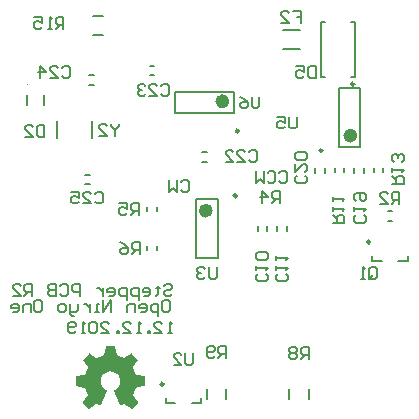
<source format=gbo>
G04 Layer_Color=32896*
%FSLAX25Y25*%
%MOIN*%
G70*
G01*
G75*
%ADD39C,0.00787*%
%ADD57C,0.00984*%
%ADD59C,0.02362*%
%ADD60C,0.00591*%
%ADD101C,0.00394*%
G36*
X44205Y35418D02*
X44241Y35333D01*
X44238Y35332D01*
X44772Y32545D01*
X44808Y32459D01*
X44865Y32435D01*
X47200Y31468D01*
X47257Y31444D01*
X47343Y31480D01*
X47341Y31482D01*
X49690Y33075D01*
X49776Y33111D01*
X49891Y33064D01*
X49882Y33055D01*
X51899Y31055D01*
X51947Y30940D01*
X51911Y30854D01*
X51909Y30856D01*
X50316Y28507D01*
X50280Y28421D01*
X50304Y28364D01*
X51271Y26030D01*
X51295Y25972D01*
X51380Y25937D01*
X51381Y25940D01*
X54168Y25405D01*
X54254Y25370D01*
X54302Y25255D01*
X54289D01*
X54302Y22414D01*
Y22414D01*
X54254Y22300D01*
X54168Y22264D01*
X54168Y22267D01*
X51380Y21733D01*
X51295Y21697D01*
X51271Y21640D01*
X51271D01*
X50304Y19305D01*
X50280Y19248D01*
X50316Y19162D01*
X50318Y19164D01*
X51911Y16815D01*
X51947Y16729D01*
X51899Y16614D01*
X51890Y16623D01*
X49891Y14606D01*
X49776Y14558D01*
X49690Y14594D01*
X49692Y14596D01*
X47343Y16189D01*
X47257Y16225D01*
X47200Y16201D01*
X46131Y15758D01*
X46073Y15734D01*
X45959Y15782D01*
X45935Y15840D01*
X43967Y20660D01*
X43943Y20717D01*
X43991Y20831D01*
X44043Y20853D01*
X44044Y20851D01*
X44326Y20967D01*
X45011Y21494D01*
X45538Y22179D01*
X45868Y22978D01*
X45981Y23835D01*
X45868Y24691D01*
X45538Y25490D01*
X45011Y26176D01*
X44326Y26702D01*
X43527Y27033D01*
X42670Y27145D01*
X41813Y27033D01*
X41015Y26702D01*
X40329Y26176D01*
X39803Y25490D01*
X39472Y24691D01*
X39360Y23835D01*
X39472Y22978D01*
X39803Y22179D01*
X40329Y21494D01*
X41015Y20967D01*
X41297Y20851D01*
X41298Y20853D01*
X41350Y20831D01*
X41398Y20717D01*
X41374Y20660D01*
X39406Y15840D01*
X39382Y15782D01*
X39267Y15734D01*
X39210Y15758D01*
X38141Y16201D01*
X38084Y16225D01*
X37998Y16189D01*
X38000Y16187D01*
X35651Y14594D01*
X35565Y14558D01*
X35450Y14606D01*
X35459Y14615D01*
X33441Y16614D01*
X33394Y16729D01*
X33430Y16815D01*
X33432Y16813D01*
X35025Y19162D01*
X35061Y19248D01*
X35037Y19305D01*
X34070Y21640D01*
X34046Y21697D01*
X33960Y21733D01*
X33960Y21730D01*
X31172Y22264D01*
X31087Y22300D01*
X31039Y22414D01*
X31051D01*
X31039Y25255D01*
X31087Y25370D01*
X31172Y25405D01*
X31173Y25402D01*
X33960Y25937D01*
X34046Y25972D01*
X34070Y26030D01*
X34070D01*
X35037Y28364D01*
X35061Y28421D01*
X35025Y28507D01*
X35023Y28505D01*
X33430Y30854D01*
X33394Y30940D01*
X33441Y31055D01*
X33450Y31046D01*
X35450Y33064D01*
X35565Y33111D01*
X35651Y33075D01*
X35649Y33073D01*
X37998Y31480D01*
X38084Y31444D01*
X38141Y31468D01*
X40475Y32435D01*
X40533Y32459D01*
X40568Y32545D01*
X40565Y32545D01*
X41100Y35333D01*
X41135Y35418D01*
X41250Y35466D01*
X41250D01*
Y35454D01*
X44091Y35466D01*
X44091D01*
X44205Y35418D01*
D02*
G37*
D39*
X14961Y115847D02*
Y119193D01*
X20472Y115847D02*
Y119193D01*
X83898Y113189D02*
Y120276D01*
X64213D02*
X83898D01*
X64213Y113189D02*
X83898D01*
X64213D02*
Y120276D01*
X58096Y67607D02*
Y69007D01*
X54896Y67607D02*
Y69007D01*
X34252Y89567D02*
X35827D01*
X34252Y92716D02*
X35827D01*
X35630Y125787D02*
X37205D01*
X35630Y122638D02*
X37205D01*
X36614Y104921D02*
Y110433D01*
X24803Y104921D02*
Y110433D01*
X81153Y17985D02*
Y21385D01*
X74753Y17985D02*
Y21385D01*
X108712Y17985D02*
Y21385D01*
X102312Y17985D02*
Y21385D01*
X118701Y121457D02*
X125787D01*
Y101772D02*
Y121457D01*
X118701Y101772D02*
Y121457D01*
Y101772D02*
X125787D01*
X112795Y143504D02*
X114173D01*
X112795Y125394D02*
Y143504D01*
Y125394D02*
X114173D01*
X122835Y143504D02*
X124213D01*
X122835Y125394D02*
X124213D01*
Y143504D01*
X130455Y93418D02*
Y94818D01*
X133655Y93418D02*
Y94818D01*
X120655Y93418D02*
Y94818D01*
X117455Y93418D02*
Y94818D01*
X123980Y93331D02*
Y94906D01*
X127129Y93331D02*
Y94906D01*
X55709Y128937D02*
X57284D01*
X55709Y125787D02*
X57284D01*
X135127Y77337D02*
X136527D01*
X135127Y80537D02*
X136527D01*
X129921Y63976D02*
X133071D01*
X129921D02*
Y65551D01*
X138583Y63976D02*
X141732D01*
Y65551D01*
X73268Y97047D02*
X74843D01*
X73268Y100197D02*
X74843D01*
X36725Y145523D02*
X40125D01*
X36725Y139123D02*
X40125D01*
X98291Y74016D02*
Y75590D01*
X101440Y74016D02*
Y75590D01*
X91732Y74016D02*
Y75590D01*
X94881Y74016D02*
Y75590D01*
X54896Y80599D02*
Y81999D01*
X58096Y80599D02*
Y81999D01*
X71259Y64961D02*
X78346D01*
Y84646D01*
X71259Y64961D02*
Y84646D01*
X78346D01*
X114129Y93331D02*
Y94906D01*
X110980Y93331D02*
Y94906D01*
X61024Y16535D02*
Y18110D01*
Y16535D02*
X64173D01*
X72835D02*
Y18110D01*
X69685Y16535D02*
X72835D01*
D57*
X85394Y107283D02*
G03*
X85394Y107283I-492J0D01*
G01*
X113287Y100768D02*
G03*
X113287Y100768I-492J0D01*
G01*
X123917Y122835D02*
G03*
X123917Y122835I-492J0D01*
G01*
X129232Y70276D02*
G03*
X129232Y70276I-492J0D01*
G01*
X84744Y85650D02*
G03*
X84744Y85650I-492J0D01*
G01*
X60335Y22835D02*
G03*
X60335Y22835I-492J0D01*
G01*
D59*
X81142Y117126D02*
G03*
X81142Y117126I-1181J0D01*
G01*
X123819Y105709D02*
G03*
X123819Y105709I-1181J0D01*
G01*
X75590Y80709D02*
G03*
X75590Y80709I-1181J0D01*
G01*
D60*
X100197Y134646D02*
X105709D01*
X100197Y140945D02*
X105709D01*
X60630Y50917D02*
X61942D01*
X62598Y50261D01*
Y47637D01*
X61942Y46981D01*
X60630D01*
X59974Y47637D01*
Y50261D01*
X60630Y50917D01*
X58662Y45669D02*
Y49605D01*
X56694D01*
X56038Y48949D01*
Y47637D01*
X56694Y46981D01*
X58662D01*
X52759D02*
X54071D01*
X54726Y47637D01*
Y48949D01*
X54071Y49605D01*
X52759D01*
X52103Y48949D01*
Y48293D01*
X54726D01*
X50791Y46981D02*
Y49605D01*
X48823D01*
X48167Y48949D01*
Y46981D01*
X42919D02*
Y50917D01*
X40295Y46981D01*
Y50917D01*
X38984Y46981D02*
X37672D01*
X38328D01*
Y49605D01*
X38984D01*
X35704D02*
Y46981D01*
Y48293D01*
X35048Y48949D01*
X34392Y49605D01*
X33736D01*
X31768D02*
Y47637D01*
X31112Y46981D01*
X29144D01*
Y46325D01*
X29800Y45669D01*
X30456D01*
X29144Y46981D02*
Y49605D01*
X27176Y46981D02*
X25864D01*
X25208Y47637D01*
Y48949D01*
X25864Y49605D01*
X27176D01*
X27832Y48949D01*
Y47637D01*
X27176Y46981D01*
X17993Y50917D02*
X19305D01*
X19961Y50261D01*
Y47637D01*
X19305Y46981D01*
X17993D01*
X17337Y47637D01*
Y50261D01*
X17993Y50917D01*
X16025Y46981D02*
Y49605D01*
X14057D01*
X13401Y48949D01*
Y46981D01*
X10121D02*
X11433D01*
X12089Y47637D01*
Y48949D01*
X11433Y49605D01*
X10121D01*
X9465Y48949D01*
Y48293D01*
X12089D01*
X20669Y109251D02*
Y105315D01*
X18701D01*
X18045Y105971D01*
Y108595D01*
X18701Y109251D01*
X20669D01*
X14110Y105315D02*
X16734D01*
X14110Y107939D01*
Y108595D01*
X14766Y109251D01*
X16078D01*
X16734Y108595D01*
X92323Y118700D02*
Y115420D01*
X91667Y114764D01*
X90355D01*
X89699Y115420D01*
Y118700D01*
X85763D02*
X87075Y118044D01*
X88387Y116732D01*
Y115420D01*
X87731Y114764D01*
X86419D01*
X85763Y115420D01*
Y116076D01*
X86419Y116732D01*
X88387D01*
X52362Y66142D02*
Y70078D01*
X50394D01*
X49738Y69421D01*
Y68110D01*
X50394Y67454D01*
X52362D01*
X51050D02*
X49738Y66142D01*
X45803Y70078D02*
X47115Y69421D01*
X48426Y68110D01*
Y66798D01*
X47771Y66142D01*
X46459D01*
X45803Y66798D01*
Y67454D01*
X46459Y68110D01*
X48426D01*
X104724Y112007D02*
Y108727D01*
X104069Y108071D01*
X102757D01*
X102101Y108727D01*
Y112007D01*
X98165D02*
X100789D01*
Y110039D01*
X99477Y110695D01*
X98821D01*
X98165Y110039D01*
Y108727D01*
X98821Y108071D01*
X100133D01*
X100789Y108727D01*
X128872Y58530D02*
Y61154D01*
X129528Y61810D01*
X130840D01*
X131496Y61154D01*
Y58530D01*
X130840Y57874D01*
X129528D01*
X130184Y59186D02*
X128872Y57874D01*
X129528D02*
X128872Y58530D01*
X127560Y57874D02*
X126248D01*
X126904D01*
Y61810D01*
X127560Y61154D01*
X99213Y83268D02*
Y87204D01*
X97245D01*
X96589Y86547D01*
Y85236D01*
X97245Y84580D01*
X99213D01*
X97901D02*
X96589Y83268D01*
X93309D02*
Y87204D01*
X95277Y85236D01*
X92653D01*
X52165Y79331D02*
Y83266D01*
X50197D01*
X49542Y82610D01*
Y81299D01*
X50197Y80643D01*
X52165D01*
X50853D02*
X49542Y79331D01*
X45606Y83266D02*
X48230D01*
Y81299D01*
X46918Y81954D01*
X46262D01*
X45606Y81299D01*
Y79987D01*
X46262Y79331D01*
X47574D01*
X48230Y79987D01*
X27008Y141339D02*
Y145274D01*
X25040D01*
X24384Y144618D01*
Y143306D01*
X25040Y142650D01*
X27008D01*
X25696D02*
X24384Y141339D01*
X23072D02*
X21760D01*
X22416D01*
Y145274D01*
X23072Y144618D01*
X17168Y145274D02*
X19792D01*
Y143306D01*
X18480Y143962D01*
X17824D01*
X17168Y143306D01*
Y141995D01*
X17824Y141339D01*
X19136D01*
X19792Y141995D01*
X78150Y61810D02*
Y58530D01*
X77494Y57874D01*
X76182D01*
X75526Y58530D01*
Y61810D01*
X74214Y61154D02*
X73558Y61810D01*
X72246D01*
X71590Y61154D01*
Y60498D01*
X72246Y59842D01*
X72902D01*
X72246D01*
X71590Y59186D01*
Y58530D01*
X72246Y57874D01*
X73558D01*
X74214Y58530D01*
X45472Y109448D02*
Y108792D01*
X44161Y107480D01*
X42849Y108792D01*
Y109448D01*
X44161Y107480D02*
Y105512D01*
X38913D02*
X41537D01*
X38913Y108136D01*
Y108792D01*
X39569Y109448D01*
X40881D01*
X41537Y108792D01*
X94618Y59710D02*
X95274Y59054D01*
Y57743D01*
X94618Y57087D01*
X91995D01*
X91339Y57743D01*
Y59054D01*
X91995Y59710D01*
X91339Y61022D02*
Y62334D01*
Y61678D01*
X95274D01*
X94618Y61022D01*
Y64302D02*
X95274Y64958D01*
Y66270D01*
X94618Y66926D01*
X91995D01*
X91339Y66270D01*
Y64958D01*
X91995Y64302D01*
X94618D01*
X26510Y128083D02*
X27166Y128739D01*
X28478D01*
X29134Y128083D01*
Y125459D01*
X28478Y124803D01*
X27166D01*
X26510Y125459D01*
X22574Y124803D02*
X25198D01*
X22574Y127427D01*
Y128083D01*
X23230Y128739D01*
X24542D01*
X25198Y128083D01*
X19295Y124803D02*
Y128739D01*
X21262Y126771D01*
X18639D01*
X37534Y86351D02*
X38190Y87007D01*
X39502D01*
X40157Y86351D01*
Y83727D01*
X39502Y83071D01*
X38190D01*
X37534Y83727D01*
X33598Y83071D02*
X36222D01*
X33598Y85695D01*
Y86351D01*
X34254Y87007D01*
X35566D01*
X36222Y86351D01*
X29662Y87007D02*
X32286D01*
Y85039D01*
X30974Y85695D01*
X30318D01*
X29662Y85039D01*
Y83727D01*
X30318Y83071D01*
X31630D01*
X32286Y83727D01*
X59581Y122177D02*
X60237Y122833D01*
X61549D01*
X62205Y122177D01*
Y119554D01*
X61549Y118898D01*
X60237D01*
X59581Y119554D01*
X55645Y118898D02*
X58269D01*
X55645Y121521D01*
Y122177D01*
X56301Y122833D01*
X57613D01*
X58269Y122177D01*
X54333D02*
X53677Y122833D01*
X52365D01*
X51709Y122177D01*
Y121521D01*
X52365Y120865D01*
X53021D01*
X52365D01*
X51709Y120210D01*
Y119554D01*
X52365Y118898D01*
X53677D01*
X54333Y119554D01*
X101114Y59710D02*
X101770Y59054D01*
Y57743D01*
X101114Y57087D01*
X98491D01*
X97835Y57743D01*
Y59054D01*
X98491Y59710D01*
X97835Y61022D02*
Y62334D01*
Y61678D01*
X101770D01*
X101114Y61022D01*
X97835Y64302D02*
Y65614D01*
Y64958D01*
X101770D01*
X101114Y64302D01*
X127137Y79242D02*
X127794Y78586D01*
Y77274D01*
X127137Y76618D01*
X124514D01*
X123858Y77274D01*
Y78586D01*
X124514Y79242D01*
X123858Y80554D02*
Y81866D01*
Y81210D01*
X127794D01*
X127137Y80554D01*
X124514Y83834D02*
X123858Y84490D01*
Y85802D01*
X124514Y86458D01*
X127137D01*
X127794Y85802D01*
Y84490D01*
X127137Y83834D01*
X126481D01*
X125826Y84490D01*
Y86458D01*
X107559Y92388D02*
X108215Y91732D01*
Y90420D01*
X107559Y89764D01*
X104935D01*
X104279Y90420D01*
Y91732D01*
X104935Y92388D01*
X104279Y96323D02*
Y93700D01*
X106903Y96323D01*
X107559D01*
X108215Y95667D01*
Y94355D01*
X107559Y93700D01*
Y97635D02*
X108215Y98291D01*
Y99603D01*
X107559Y100259D01*
X104935D01*
X104279Y99603D01*
Y98291D01*
X104935Y97635D01*
X107559D01*
X88912Y100327D02*
X89568Y100983D01*
X90879D01*
X91535Y100327D01*
Y97703D01*
X90879Y97047D01*
X89568D01*
X88912Y97703D01*
X84976Y97047D02*
X87600D01*
X84976Y99671D01*
Y100327D01*
X85632Y100983D01*
X86944D01*
X87600Y100327D01*
X81040Y97047D02*
X83664D01*
X81040Y99671D01*
Y100327D01*
X81696Y100983D01*
X83008D01*
X83664Y100327D01*
X111221Y128936D02*
Y125000D01*
X109253D01*
X108597Y125656D01*
Y128280D01*
X109253Y128936D01*
X111221D01*
X104661D02*
X107285D01*
Y126968D01*
X105973Y127624D01*
X105317D01*
X104661Y126968D01*
Y125656D01*
X105317Y125000D01*
X106629D01*
X107285Y125656D01*
X103479Y147243D02*
X106102D01*
Y145275D01*
X104790D01*
X106102D01*
Y143307D01*
X99543D02*
X102167D01*
X99543Y145931D01*
Y146587D01*
X100199Y147243D01*
X101511D01*
X102167Y146587D01*
X138976Y82874D02*
Y86810D01*
X137009D01*
X136353Y86154D01*
Y84842D01*
X137009Y84186D01*
X138976D01*
X137664D02*
X136353Y82874D01*
X132417D02*
X135041D01*
X132417Y85498D01*
Y86154D01*
X133073Y86810D01*
X134385D01*
X135041Y86154D01*
X108858Y31299D02*
Y35235D01*
X106890D01*
X106234Y34579D01*
Y33267D01*
X106890Y32611D01*
X108858D01*
X107546D02*
X106234Y31299D01*
X104922Y34579D02*
X104267Y35235D01*
X102955D01*
X102299Y34579D01*
Y33923D01*
X102955Y33267D01*
X102299Y32611D01*
Y31955D01*
X102955Y31299D01*
X104267D01*
X104922Y31955D01*
Y32611D01*
X104267Y33267D01*
X104922Y33923D01*
Y34579D01*
X104267Y33267D02*
X102955D01*
X81299Y31496D02*
Y35432D01*
X79331D01*
X78675Y34776D01*
Y33464D01*
X79331Y32808D01*
X81299D01*
X79987D02*
X78675Y31496D01*
X77364Y32152D02*
X76708Y31496D01*
X75396D01*
X74740Y32152D01*
Y34776D01*
X75396Y35432D01*
X76708D01*
X77364Y34776D01*
Y34120D01*
X76708Y33464D01*
X74740D01*
X116732Y76575D02*
X120668D01*
Y78543D01*
X120012Y79199D01*
X118700D01*
X118044Y78543D01*
Y76575D01*
Y77887D02*
X116732Y79199D01*
Y80510D02*
Y81823D01*
Y81166D01*
X120668D01*
X120012Y80510D01*
X116732Y83790D02*
Y85102D01*
Y84446D01*
X120668D01*
X120012Y83790D01*
X136417Y89567D02*
X140353D01*
Y91535D01*
X139697Y92191D01*
X138385D01*
X137729Y91535D01*
Y89567D01*
Y90879D02*
X136417Y92191D01*
Y93503D02*
Y94815D01*
Y94159D01*
X140353D01*
X139697Y93503D01*
Y96782D02*
X140353Y97438D01*
Y98750D01*
X139697Y99406D01*
X139041D01*
X138385Y98750D01*
Y98094D01*
Y98750D01*
X137729Y99406D01*
X137073D01*
X136417Y98750D01*
Y97438D01*
X137073Y96782D01*
X70276Y33266D02*
Y29987D01*
X69620Y29331D01*
X68308D01*
X67652Y29987D01*
Y33266D01*
X63716Y29331D02*
X66340D01*
X63716Y31955D01*
Y32610D01*
X64372Y33266D01*
X65684D01*
X66340Y32610D01*
X60565Y55642D02*
X61221Y56298D01*
X62533D01*
X63188Y55642D01*
Y54986D01*
X62533Y54330D01*
X61221D01*
X60565Y53674D01*
Y53018D01*
X61221Y52362D01*
X62533D01*
X63188Y53018D01*
X58597Y55642D02*
Y54986D01*
X59253D01*
X57941D01*
X58597D01*
Y53018D01*
X57941Y52362D01*
X54005D02*
X55317D01*
X55973Y53018D01*
Y54330D01*
X55317Y54986D01*
X54005D01*
X53349Y54330D01*
Y53674D01*
X55973D01*
X52037Y51050D02*
Y54986D01*
X50069D01*
X49413Y54330D01*
Y53018D01*
X50069Y52362D01*
X52037D01*
X48101Y51050D02*
Y54986D01*
X46134D01*
X45478Y54330D01*
Y53018D01*
X46134Y52362D01*
X48101D01*
X42198D02*
X43510D01*
X44166Y53018D01*
Y54330D01*
X43510Y54986D01*
X42198D01*
X41542Y54330D01*
Y53674D01*
X44166D01*
X40230Y54986D02*
Y52362D01*
Y53674D01*
X39574Y54330D01*
X38918Y54986D01*
X38262D01*
X32359Y52362D02*
Y56298D01*
X30391D01*
X29735Y55642D01*
Y54330D01*
X30391Y53674D01*
X32359D01*
X25799Y55642D02*
X26455Y56298D01*
X27767D01*
X28423Y55642D01*
Y53018D01*
X27767Y52362D01*
X26455D01*
X25799Y53018D01*
X24487Y56298D02*
Y52362D01*
X22519D01*
X21863Y53018D01*
Y53674D01*
X22519Y54330D01*
X24487D01*
X22519D01*
X21863Y54986D01*
Y55642D01*
X22519Y56298D01*
X24487D01*
X16616Y52362D02*
Y56298D01*
X14648D01*
X13992Y55642D01*
Y54330D01*
X14648Y53674D01*
X16616D01*
X15304D02*
X13992Y52362D01*
X10056D02*
X12680D01*
X10056Y54986D01*
Y55642D01*
X10712Y56298D01*
X12024D01*
X12680Y55642D01*
X66274Y90091D02*
X66930Y90747D01*
X68242D01*
X68898Y90091D01*
Y87467D01*
X68242Y86811D01*
X66930D01*
X66274Y87467D01*
X64962Y90747D02*
Y86811D01*
X63650Y88123D01*
X62338Y86811D01*
Y90747D01*
X98951Y93240D02*
X99607Y93896D01*
X100919D01*
X101575Y93240D01*
Y90617D01*
X100919Y89961D01*
X99607D01*
X98951Y90617D01*
X95015Y93240D02*
X95671Y93896D01*
X96983D01*
X97639Y93240D01*
Y90617D01*
X96983Y89961D01*
X95671D01*
X95015Y90617D01*
X93703Y93896D02*
Y89961D01*
X92391Y91272D01*
X91079Y89961D01*
Y93896D01*
X63188Y39764D02*
X61877D01*
X62533D01*
Y43699D01*
X63188Y43044D01*
X57285Y39764D02*
X59909D01*
X57285Y42388D01*
Y43044D01*
X57941Y43699D01*
X59253D01*
X59909Y43044D01*
X55973Y39764D02*
Y40420D01*
X55317D01*
Y39764D01*
X55973D01*
X52693D02*
X51381D01*
X52037D01*
Y43699D01*
X52693Y43044D01*
X46790Y39764D02*
X49413D01*
X46790Y42388D01*
Y43044D01*
X47445Y43699D01*
X48757D01*
X49413Y43044D01*
X45478Y39764D02*
Y40420D01*
X44822D01*
Y39764D01*
X45478D01*
X39574D02*
X42198D01*
X39574Y42388D01*
Y43044D01*
X40230Y43699D01*
X41542D01*
X42198Y43044D01*
X38262D02*
X37606Y43699D01*
X36294D01*
X35638Y43044D01*
Y40420D01*
X36294Y39764D01*
X37606D01*
X38262Y40420D01*
Y43044D01*
X34326Y39764D02*
X33015D01*
X33670D01*
Y43699D01*
X34326Y43044D01*
X31047Y40420D02*
X30391Y39764D01*
X29079D01*
X28423Y40420D01*
Y43044D01*
X29079Y43699D01*
X30391D01*
X31047Y43044D01*
Y42388D01*
X30391Y41732D01*
X28423D01*
D101*
X15098Y122756D02*
G03*
X15098Y122756I-197J0D01*
G01*
M02*

</source>
